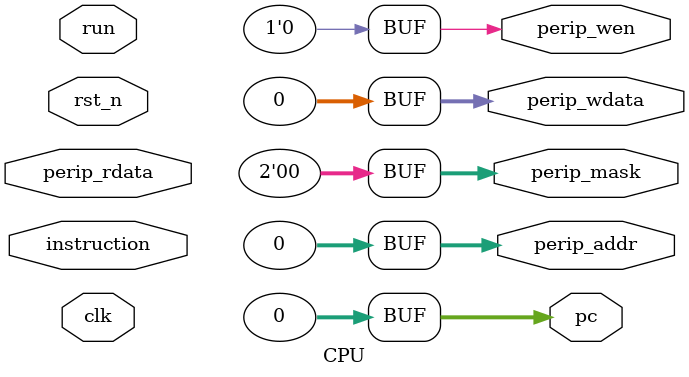
<source format=v>
`include "CPU_define.v"
module CPU (
    input         clk,
    input         rst_n,
    input         run,

    // Interface to IROM
    output [31:0]  pc,
    input  [31:0]  instruction,

    // Interface to DRAM & MMIO
    output [31:0]  perip_addr,
    output [31:0]  perip_wdata,
    output         perip_wen,
    output [1:0]   perip_mask,
    input  [31:0]  perip_rdata
);

// TODO - remove following codes, replace by yours
assign pc = 32'b0;
assign perip_addr = 32'b0;
assign perip_wdata = 32'b0;
assign perip_wen = 1'b0;
assign perip_mask = 2'b0;

endmodule
</source>
